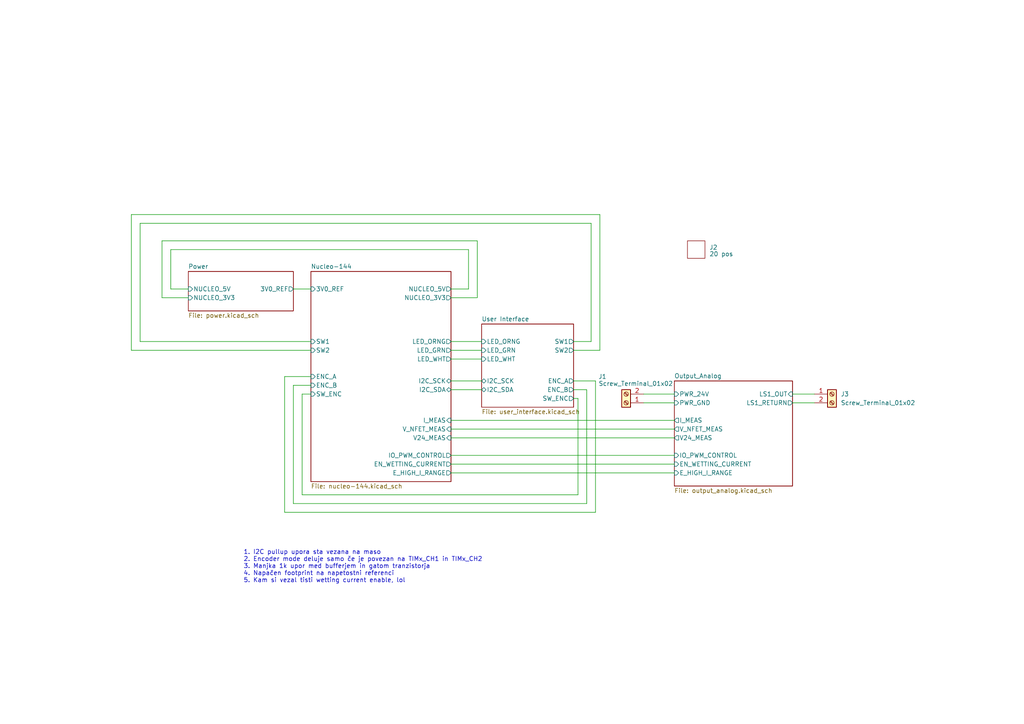
<source format=kicad_sch>
(kicad_sch (version 20231120) (generator "eeschema") (generator_version "8.0")
  (paper "A4")
  (lib_symbols
    (symbol "Connector:Screw_Terminal_01x02" (pin_names (offset 1.016) hide)
      (property "Reference" "J" (at 0 2.54 0))
      (property "Value" "Screw_Terminal_01x02" (at 0 -5.08 0))
      (symbol "Screw_Terminal_01x02_1_1"
        (rectangle (start -1.27 1.27) (end 1.27 -3.81) (stroke (width 0.254)) (fill (type background)))
        (circle (center 0 -2.54) (radius 0.635) (stroke (width 0.1524)))
        (polyline (pts (xy -0.5334 -2.2098) (xy 0.3302 -3.048)) (stroke (width 0.1524)))
        (polyline (pts (xy -0.5334 0.3302) (xy 0.3302 -0.508)) (stroke (width 0.1524)))
        (polyline (pts (xy -0.3556 -2.032) (xy 0.508 -2.8702)) (stroke (width 0.1524)))
        (polyline (pts (xy -0.3556 0.508) (xy 0.508 -0.3302)) (stroke (width 0.1524)))
        (circle (center 0 0) (radius 0.635) (stroke (width 0.1524)))
        (pin passive line (at -5.08 0 0) (length 3.81) (name "Pin_1") (number "1"))
        (pin passive line (at -5.08 -2.54 0) (length 3.81) (name "Pin_2") (number "2"))
      )
    )
    (symbol "athanniss-lib:DUMMY_HEADER"
      (property "Reference" "J" (at 0 0 0))
      (symbol "DUMMY_HEADER_0_1"
        (rectangle (start -2.54 2.54) (end 2.54 -2.54))
      )
    )
  )
  (wire (pts (xy 172.72 148.59) (xy 172.72 110.49)))
  (wire (pts (xy 166.37 113.03) (xy 170.18 113.03)))
  (wire (pts (xy 90.17 111.76) (xy 85.09 111.76)))
  (wire (pts (xy 85.09 83.82) (xy 90.17 83.82)))
  (wire (pts (xy 38.1 101.6) (xy 90.17 101.6)))
  (wire (pts (xy 49.53 72.39) (xy 135.89 72.39)))
  (wire (pts (xy 167.64 143.51) (xy 167.64 115.57)))
  (wire (pts (xy 130.81 101.6) (xy 139.7 101.6)))
  (wire (pts (xy 130.81 121.92) (xy 195.58 121.92)))
  (wire (pts (xy 130.81 104.14) (xy 139.7 104.14)))
  (wire (pts (xy 135.89 83.82) (xy 130.81 83.82)))
  (wire (pts (xy 171.45 99.06) (xy 171.45 64.77)))
  (wire (pts (xy 138.43 69.85) (xy 46.99 69.85)))
  (wire (pts (xy 90.17 109.22) (xy 82.55 109.22)))
  (wire (pts (xy 46.99 69.85) (xy 46.99 86.36)))
  (wire (pts (xy 90.17 114.3) (xy 87.63 114.3)))
  (wire (pts (xy 38.1 62.23) (xy 38.1 101.6)))
  (wire (pts (xy 229.87 114.3) (xy 236.22 114.3)))
  (wire (pts (xy 130.81 113.03) (xy 139.7 113.03)))
  (wire (pts (xy 172.72 110.49) (xy 166.37 110.49)))
  (wire (pts (xy 130.81 110.49) (xy 139.7 110.49)))
  (wire (pts (xy 186.69 116.84) (xy 195.58 116.84)))
  (wire (pts (xy 54.61 83.82) (xy 49.53 83.82)))
  (wire (pts (xy 138.43 86.36) (xy 138.43 69.85)))
  (wire (pts (xy 85.09 111.76) (xy 85.09 146.05)))
  (wire (pts (xy 49.53 83.82) (xy 49.53 72.39)))
  (wire (pts (xy 85.09 146.05) (xy 170.18 146.05)))
  (wire (pts (xy 130.81 124.46) (xy 195.58 124.46)))
  (wire (pts (xy 130.81 132.08) (xy 195.58 132.08)))
  (wire (pts (xy 130.81 99.06) (xy 139.7 99.06)))
  (wire (pts (xy 166.37 99.06) (xy 171.45 99.06)))
  (wire (pts (xy 135.89 72.39) (xy 135.89 83.82)))
  (wire (pts (xy 173.99 101.6) (xy 173.99 62.23)))
  (wire (pts (xy 167.64 115.57) (xy 166.37 115.57)))
  (wire (pts (xy 170.18 146.05) (xy 170.18 113.03)))
  (wire (pts (xy 87.63 143.51) (xy 167.64 143.51)))
  (wire (pts (xy 40.64 64.77) (xy 40.64 99.06)))
  (wire (pts (xy 82.55 148.59) (xy 172.72 148.59)))
  (wire (pts (xy 229.87 116.84) (xy 236.22 116.84)))
  (wire (pts (xy 130.81 137.16) (xy 195.58 137.16)))
  (wire (pts (xy 166.37 101.6) (xy 173.99 101.6)))
  (wire (pts (xy 87.63 114.3) (xy 87.63 143.51)))
  (wire (pts (xy 130.81 134.62) (xy 195.58 134.62)))
  (wire (pts (xy 186.69 114.3) (xy 195.58 114.3)))
  (wire (pts (xy 82.55 109.22) (xy 82.55 148.59)))
  (wire (pts (xy 40.64 99.06) (xy 90.17 99.06)))
  (wire (pts (xy 130.81 127) (xy 195.58 127)))
  (wire (pts (xy 46.99 86.36) (xy 54.61 86.36)))
  (wire (pts (xy 130.81 86.36) (xy 138.43 86.36)))
  (wire (pts (xy 173.99 62.23) (xy 38.1 62.23)))
  (wire (pts (xy 171.45 64.77) (xy 40.64 64.77)))
  (text "1. I2C pullup upora sta vezana na maso\n2. Encoder mode deluje samo če je povezan na TIMx_CH1 in TIMx_CH2\n3. Manjka 1k upor med bufferjem in gatom tranzistorja\n4. Napačen footprint na napetostni referenci\n5. Kam si vezal tisti wetting current enable, lol" (at 70.612 164.338 0) (effects (font (size 1.27 1.27)) (justify left)))
  (symbol (lib_id "Connector:Screw_Terminal_01x02") (at 181.61 116.84 180) (unit 1)
    (property "Reference" "J1" (at 174.752 109.22 0))
    (property "Value" "Screw_Terminal_01x02" (at 184.404 111.252 0))
    (property "Footprint" "TerminalBlock_Phoenix:TerminalBlock_Phoenix_MKDS-1,5-2-5.08_1x02_P5.08mm_Horizontal" (effects (hide yes)))
    (property "Description" "Generic screw terminal, single row, 01x02, script generated (kicad-library-utils/schlib/autogen/connector/)" (effects (hide yes)))
    (property "Mfg. Part Number" "1985904" (effects (hide yes)))
  )
  (symbol (lib_id "Connector:Screw_Terminal_01x02") (at 241.3 114.3 0) (unit 1)
    (property "Reference" "J3" (at 243.84 114.2999 0) (effects (justify left)))
    (property "Value" "Screw_Terminal_01x02" (at 243.84 116.8399 0) (effects (justify left)))
    (property "Footprint" "TerminalBlock_Phoenix:TerminalBlock_Phoenix_MKDS-1,5-2-5.08_1x02_P5.08mm_Horizontal" (effects (hide yes)))
    (property "Description" "Generic screw terminal, single row, 01x02, script generated (kicad-library-utils/schlib/autogen/connector/)" (effects (hide yes)))
    (property "Mfg. Part Number" "1985904" (effects (hide yes)))
  )
  (symbol (lib_id "athanniss-lib:DUMMY_HEADER") (at 201.93 72.39 0) (unit 1)
    (property "Reference" "J2" (at 205.74 71.7549 0) (effects (justify left)))
    (property "Value" "20 pos" (at 205.74 73.66 0) (effects (justify left)))
    (property "Datasheet" "https://mm.digikey.com/Volume0/opasdata/d220001/medias/docus/386/xRxCzzzSxxN-RC_ST_11635-B.pdf" (effects (hide yes)))
    (property "Description" "Dummy pin header for BOM generation" (effects (hide yes)))
    (property "Digikey no." "S1131EC-20-ND" (effects (hide yes)))
    (property "Mfg. Part Number" "PRPC020SACN-RC" (effects (hide yes)))
  )
  (sheet (at 90.17 78.74) (size 40.64 60.96) (stroke (width 0.1524))
    (property "Sheetname" "Nucleo-144" (at 90.17 78.0284 0) (effects (justify left bottom)))
    (property "Sheetfile" "nucleo-144.kicad_sch" (at 90.17 140.2846 0) (effects (justify left top)))
    (pin "LED_ORNG" output (at 130.81 99.06 0))
    (pin "SW2" input (at 90.17 101.6 180))
    (pin "SW1" input (at 90.17 99.06 180))
    (pin "SW_ENC" input (at 90.17 114.3 180))
    (pin "3V0_REF" input (at 90.17 83.82 180))
    (pin "ENC_A" input (at 90.17 109.22 180))
    (pin "ENC_B" input (at 90.17 111.76 180))
    (pin "LED_GRN" output (at 130.81 101.6 0))
    (pin "LED_WHT" output (at 130.81 104.14 0))
    (pin "NUCLEO_3V3" output (at 130.81 86.36 0))
    (pin "NUCLEO_5V" output (at 130.81 83.82 0))
    (pin "I2C_SCK" bidirectional (at 130.81 110.49 0))
    (pin "I2C_SDA" bidirectional (at 130.81 113.03 0))
    (pin "E_HIGH_I_RANGE" output (at 130.81 137.16 0))
    (pin "EN_WETTING_CURRENT" output (at 130.81 134.62 0))
    (pin "IO_PWM_CONTROL" output (at 130.81 132.08 0))
    (pin "I_MEAS" input (at 130.81 121.92 0))
    (pin "V24_MEAS" input (at 130.81 127 0))
    (pin "V_NFET_MEAS" input (at 130.81 124.46 0))
  )
  (sheet (at 54.61 78.74) (size 30.48 11.43) (stroke (width 0.1524))
    (property "Sheetname" "Power" (at 54.61 78.0284 0) (effects (justify left bottom)))
    (property "Sheetfile" "power.kicad_sch" (at 54.61 90.7546 0) (effects (justify left top)))
    (pin "NUCLEO_5V" input (at 54.61 83.82 180))
    (pin "3V0_REF" output (at 85.09 83.82 0))
    (pin "NUCLEO_3V3" input (at 54.61 86.36 180))
  )
  (sheet (at 195.58 110.49) (size 34.29 30.48) (stroke (width 0.1524))
    (property "Sheetname" "Output_Analog" (at 195.58 109.7784 0) (effects (justify left bottom)))
    (property "Sheetfile" "output_analog.kicad_sch" (at 195.58 141.5546 0) (effects (justify left top)))
    (pin "I_MEAS" output (at 195.58 121.92 180))
    (pin "E_HIGH_I_RANGE" input (at 195.58 137.16 180))
    (pin "IO_PWM_CONTROL" input (at 195.58 132.08 180))
    (pin "EN_WETTING_CURRENT" input (at 195.58 134.62 180))
    (pin "LS1_OUT" input (at 229.87 114.3 0))
    (pin "PWR_GND" input (at 195.58 116.84 180))
    (pin "PWR_24V" input (at 195.58 114.3 180))
    (pin "LS1_RETURN" output (at 229.87 116.84 0))
    (pin "V24_MEAS" output (at 195.58 127 180))
    (pin "V_NFET_MEAS" output (at 195.58 124.46 180))
  )
  (sheet (at 139.7 93.98) (size 26.67 24.13) (stroke (width 0.1524))
    (property "Sheetname" "User Interface" (at 139.7 93.2684 0) (effects (justify left bottom)))
    (property "Sheetfile" "user_interface.kicad_sch" (at 139.7 118.6946 0) (effects (justify left top)))
    (pin "LED_WHT" input (at 139.7 104.14 180))
    (pin "LED_GRN" input (at 139.7 101.6 180))
    (pin "SW_ENC" output (at 166.37 115.57 0))
    (pin "I2C_SCK" bidirectional (at 139.7 110.49 180))
    (pin "I2C_SDA" bidirectional (at 139.7 113.03 180))
    (pin "ENC_A" output (at 166.37 110.49 0))
    (pin "ENC_B" output (at 166.37 113.03 0))
    (pin "SW1" output (at 166.37 99.06 0))
    (pin "SW2" output (at 166.37 101.6 0))
    (pin "LED_ORNG" input (at 139.7 99.06 180))
  )
)
</source>
